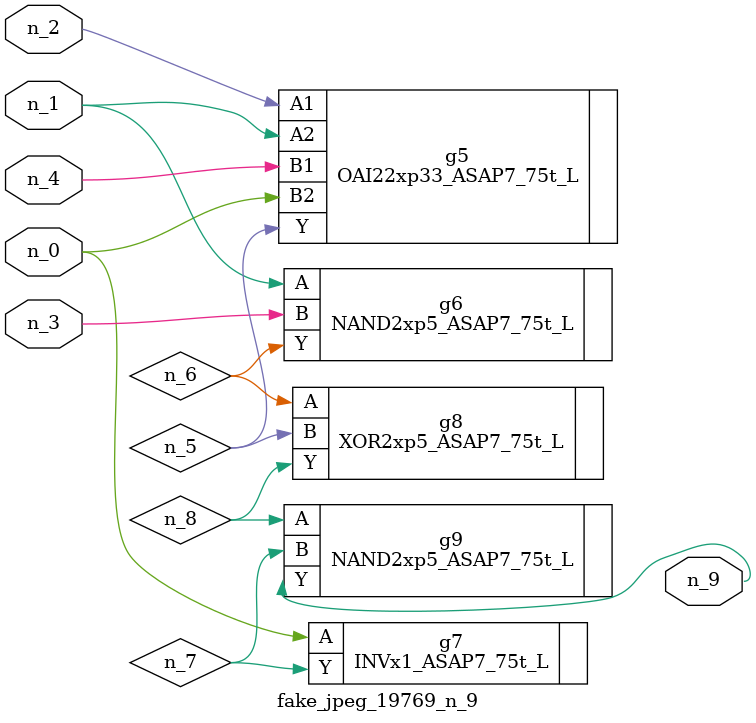
<source format=v>
module fake_jpeg_19769_n_9 (n_3, n_2, n_1, n_0, n_4, n_9);

input n_3;
input n_2;
input n_1;
input n_0;
input n_4;

output n_9;

wire n_8;
wire n_6;
wire n_5;
wire n_7;

OAI22xp33_ASAP7_75t_L g5 ( 
.A1(n_2),
.A2(n_1),
.B1(n_4),
.B2(n_0),
.Y(n_5)
);

NAND2xp5_ASAP7_75t_L g6 ( 
.A(n_1),
.B(n_3),
.Y(n_6)
);

INVx1_ASAP7_75t_L g7 ( 
.A(n_0),
.Y(n_7)
);

XOR2xp5_ASAP7_75t_L g8 ( 
.A(n_6),
.B(n_5),
.Y(n_8)
);

NAND2xp5_ASAP7_75t_L g9 ( 
.A(n_8),
.B(n_7),
.Y(n_9)
);


endmodule
</source>
